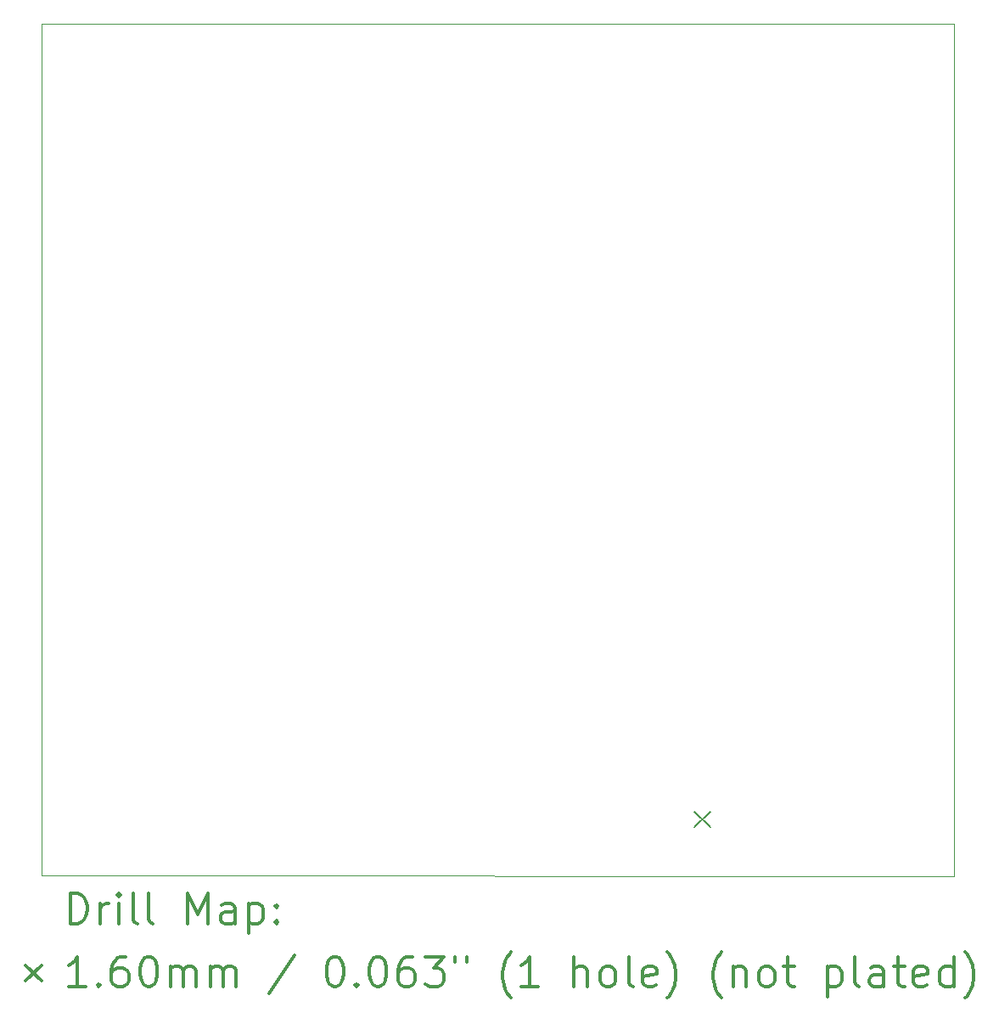
<source format=gbr>
%FSLAX45Y45*%
G04 Gerber Fmt 4.5, Leading zero omitted, Abs format (unit mm)*
G04 Created by KiCad (PCBNEW (5.1.6)-1) date 2021-01-18 21:57:29*
%MOMM*%
%LPD*%
G01*
G04 APERTURE LIST*
%TA.AperFunction,Profile*%
%ADD10C,0.050000*%
%TD*%
%ADD11C,0.200000*%
%ADD12C,0.300000*%
G04 APERTURE END LIST*
D10*
X16565000Y-5245000D02*
X18910000Y-5245000D01*
X9810000Y-5245000D02*
X9810000Y-6229800D01*
X16565000Y-5245000D02*
X9810000Y-5245000D01*
X18910000Y-5745000D02*
X18910000Y-5245000D01*
X18910000Y-5745000D02*
X18910000Y-13745000D01*
X9810000Y-6229800D02*
X9810000Y-13730000D01*
X9810000Y-13730000D02*
X18910000Y-13745000D01*
D11*
X16324000Y-13095000D02*
X16484000Y-13255000D01*
X16484000Y-13095000D02*
X16324000Y-13255000D01*
D12*
X10093928Y-14213214D02*
X10093928Y-13913214D01*
X10165357Y-13913214D01*
X10208214Y-13927500D01*
X10236786Y-13956071D01*
X10251071Y-13984643D01*
X10265357Y-14041786D01*
X10265357Y-14084643D01*
X10251071Y-14141786D01*
X10236786Y-14170357D01*
X10208214Y-14198929D01*
X10165357Y-14213214D01*
X10093928Y-14213214D01*
X10393928Y-14213214D02*
X10393928Y-14013214D01*
X10393928Y-14070357D02*
X10408214Y-14041786D01*
X10422500Y-14027500D01*
X10451071Y-14013214D01*
X10479643Y-14013214D01*
X10579643Y-14213214D02*
X10579643Y-14013214D01*
X10579643Y-13913214D02*
X10565357Y-13927500D01*
X10579643Y-13941786D01*
X10593928Y-13927500D01*
X10579643Y-13913214D01*
X10579643Y-13941786D01*
X10765357Y-14213214D02*
X10736786Y-14198929D01*
X10722500Y-14170357D01*
X10722500Y-13913214D01*
X10922500Y-14213214D02*
X10893928Y-14198929D01*
X10879643Y-14170357D01*
X10879643Y-13913214D01*
X11265357Y-14213214D02*
X11265357Y-13913214D01*
X11365357Y-14127500D01*
X11465357Y-13913214D01*
X11465357Y-14213214D01*
X11736786Y-14213214D02*
X11736786Y-14056071D01*
X11722500Y-14027500D01*
X11693928Y-14013214D01*
X11636786Y-14013214D01*
X11608214Y-14027500D01*
X11736786Y-14198929D02*
X11708214Y-14213214D01*
X11636786Y-14213214D01*
X11608214Y-14198929D01*
X11593928Y-14170357D01*
X11593928Y-14141786D01*
X11608214Y-14113214D01*
X11636786Y-14098929D01*
X11708214Y-14098929D01*
X11736786Y-14084643D01*
X11879643Y-14013214D02*
X11879643Y-14313214D01*
X11879643Y-14027500D02*
X11908214Y-14013214D01*
X11965357Y-14013214D01*
X11993928Y-14027500D01*
X12008214Y-14041786D01*
X12022500Y-14070357D01*
X12022500Y-14156071D01*
X12008214Y-14184643D01*
X11993928Y-14198929D01*
X11965357Y-14213214D01*
X11908214Y-14213214D01*
X11879643Y-14198929D01*
X12151071Y-14184643D02*
X12165357Y-14198929D01*
X12151071Y-14213214D01*
X12136786Y-14198929D01*
X12151071Y-14184643D01*
X12151071Y-14213214D01*
X12151071Y-14027500D02*
X12165357Y-14041786D01*
X12151071Y-14056071D01*
X12136786Y-14041786D01*
X12151071Y-14027500D01*
X12151071Y-14056071D01*
X9647500Y-14627500D02*
X9807500Y-14787500D01*
X9807500Y-14627500D02*
X9647500Y-14787500D01*
X10251071Y-14843214D02*
X10079643Y-14843214D01*
X10165357Y-14843214D02*
X10165357Y-14543214D01*
X10136786Y-14586071D01*
X10108214Y-14614643D01*
X10079643Y-14628929D01*
X10379643Y-14814643D02*
X10393928Y-14828929D01*
X10379643Y-14843214D01*
X10365357Y-14828929D01*
X10379643Y-14814643D01*
X10379643Y-14843214D01*
X10651071Y-14543214D02*
X10593928Y-14543214D01*
X10565357Y-14557500D01*
X10551071Y-14571786D01*
X10522500Y-14614643D01*
X10508214Y-14671786D01*
X10508214Y-14786071D01*
X10522500Y-14814643D01*
X10536786Y-14828929D01*
X10565357Y-14843214D01*
X10622500Y-14843214D01*
X10651071Y-14828929D01*
X10665357Y-14814643D01*
X10679643Y-14786071D01*
X10679643Y-14714643D01*
X10665357Y-14686071D01*
X10651071Y-14671786D01*
X10622500Y-14657500D01*
X10565357Y-14657500D01*
X10536786Y-14671786D01*
X10522500Y-14686071D01*
X10508214Y-14714643D01*
X10865357Y-14543214D02*
X10893928Y-14543214D01*
X10922500Y-14557500D01*
X10936786Y-14571786D01*
X10951071Y-14600357D01*
X10965357Y-14657500D01*
X10965357Y-14728929D01*
X10951071Y-14786071D01*
X10936786Y-14814643D01*
X10922500Y-14828929D01*
X10893928Y-14843214D01*
X10865357Y-14843214D01*
X10836786Y-14828929D01*
X10822500Y-14814643D01*
X10808214Y-14786071D01*
X10793928Y-14728929D01*
X10793928Y-14657500D01*
X10808214Y-14600357D01*
X10822500Y-14571786D01*
X10836786Y-14557500D01*
X10865357Y-14543214D01*
X11093928Y-14843214D02*
X11093928Y-14643214D01*
X11093928Y-14671786D02*
X11108214Y-14657500D01*
X11136786Y-14643214D01*
X11179643Y-14643214D01*
X11208214Y-14657500D01*
X11222500Y-14686071D01*
X11222500Y-14843214D01*
X11222500Y-14686071D02*
X11236786Y-14657500D01*
X11265357Y-14643214D01*
X11308214Y-14643214D01*
X11336786Y-14657500D01*
X11351071Y-14686071D01*
X11351071Y-14843214D01*
X11493928Y-14843214D02*
X11493928Y-14643214D01*
X11493928Y-14671786D02*
X11508214Y-14657500D01*
X11536786Y-14643214D01*
X11579643Y-14643214D01*
X11608214Y-14657500D01*
X11622500Y-14686071D01*
X11622500Y-14843214D01*
X11622500Y-14686071D02*
X11636786Y-14657500D01*
X11665357Y-14643214D01*
X11708214Y-14643214D01*
X11736786Y-14657500D01*
X11751071Y-14686071D01*
X11751071Y-14843214D01*
X12336786Y-14528929D02*
X12079643Y-14914643D01*
X12722500Y-14543214D02*
X12751071Y-14543214D01*
X12779643Y-14557500D01*
X12793928Y-14571786D01*
X12808214Y-14600357D01*
X12822500Y-14657500D01*
X12822500Y-14728929D01*
X12808214Y-14786071D01*
X12793928Y-14814643D01*
X12779643Y-14828929D01*
X12751071Y-14843214D01*
X12722500Y-14843214D01*
X12693928Y-14828929D01*
X12679643Y-14814643D01*
X12665357Y-14786071D01*
X12651071Y-14728929D01*
X12651071Y-14657500D01*
X12665357Y-14600357D01*
X12679643Y-14571786D01*
X12693928Y-14557500D01*
X12722500Y-14543214D01*
X12951071Y-14814643D02*
X12965357Y-14828929D01*
X12951071Y-14843214D01*
X12936786Y-14828929D01*
X12951071Y-14814643D01*
X12951071Y-14843214D01*
X13151071Y-14543214D02*
X13179643Y-14543214D01*
X13208214Y-14557500D01*
X13222500Y-14571786D01*
X13236786Y-14600357D01*
X13251071Y-14657500D01*
X13251071Y-14728929D01*
X13236786Y-14786071D01*
X13222500Y-14814643D01*
X13208214Y-14828929D01*
X13179643Y-14843214D01*
X13151071Y-14843214D01*
X13122500Y-14828929D01*
X13108214Y-14814643D01*
X13093928Y-14786071D01*
X13079643Y-14728929D01*
X13079643Y-14657500D01*
X13093928Y-14600357D01*
X13108214Y-14571786D01*
X13122500Y-14557500D01*
X13151071Y-14543214D01*
X13508214Y-14543214D02*
X13451071Y-14543214D01*
X13422500Y-14557500D01*
X13408214Y-14571786D01*
X13379643Y-14614643D01*
X13365357Y-14671786D01*
X13365357Y-14786071D01*
X13379643Y-14814643D01*
X13393928Y-14828929D01*
X13422500Y-14843214D01*
X13479643Y-14843214D01*
X13508214Y-14828929D01*
X13522500Y-14814643D01*
X13536786Y-14786071D01*
X13536786Y-14714643D01*
X13522500Y-14686071D01*
X13508214Y-14671786D01*
X13479643Y-14657500D01*
X13422500Y-14657500D01*
X13393928Y-14671786D01*
X13379643Y-14686071D01*
X13365357Y-14714643D01*
X13636786Y-14543214D02*
X13822500Y-14543214D01*
X13722500Y-14657500D01*
X13765357Y-14657500D01*
X13793928Y-14671786D01*
X13808214Y-14686071D01*
X13822500Y-14714643D01*
X13822500Y-14786071D01*
X13808214Y-14814643D01*
X13793928Y-14828929D01*
X13765357Y-14843214D01*
X13679643Y-14843214D01*
X13651071Y-14828929D01*
X13636786Y-14814643D01*
X13936786Y-14543214D02*
X13936786Y-14600357D01*
X14051071Y-14543214D02*
X14051071Y-14600357D01*
X14493928Y-14957500D02*
X14479643Y-14943214D01*
X14451071Y-14900357D01*
X14436786Y-14871786D01*
X14422500Y-14828929D01*
X14408214Y-14757500D01*
X14408214Y-14700357D01*
X14422500Y-14628929D01*
X14436786Y-14586071D01*
X14451071Y-14557500D01*
X14479643Y-14514643D01*
X14493928Y-14500357D01*
X14765357Y-14843214D02*
X14593928Y-14843214D01*
X14679643Y-14843214D02*
X14679643Y-14543214D01*
X14651071Y-14586071D01*
X14622500Y-14614643D01*
X14593928Y-14628929D01*
X15122500Y-14843214D02*
X15122500Y-14543214D01*
X15251071Y-14843214D02*
X15251071Y-14686071D01*
X15236786Y-14657500D01*
X15208214Y-14643214D01*
X15165357Y-14643214D01*
X15136786Y-14657500D01*
X15122500Y-14671786D01*
X15436786Y-14843214D02*
X15408214Y-14828929D01*
X15393928Y-14814643D01*
X15379643Y-14786071D01*
X15379643Y-14700357D01*
X15393928Y-14671786D01*
X15408214Y-14657500D01*
X15436786Y-14643214D01*
X15479643Y-14643214D01*
X15508214Y-14657500D01*
X15522500Y-14671786D01*
X15536786Y-14700357D01*
X15536786Y-14786071D01*
X15522500Y-14814643D01*
X15508214Y-14828929D01*
X15479643Y-14843214D01*
X15436786Y-14843214D01*
X15708214Y-14843214D02*
X15679643Y-14828929D01*
X15665357Y-14800357D01*
X15665357Y-14543214D01*
X15936786Y-14828929D02*
X15908214Y-14843214D01*
X15851071Y-14843214D01*
X15822500Y-14828929D01*
X15808214Y-14800357D01*
X15808214Y-14686071D01*
X15822500Y-14657500D01*
X15851071Y-14643214D01*
X15908214Y-14643214D01*
X15936786Y-14657500D01*
X15951071Y-14686071D01*
X15951071Y-14714643D01*
X15808214Y-14743214D01*
X16051071Y-14957500D02*
X16065357Y-14943214D01*
X16093928Y-14900357D01*
X16108214Y-14871786D01*
X16122500Y-14828929D01*
X16136786Y-14757500D01*
X16136786Y-14700357D01*
X16122500Y-14628929D01*
X16108214Y-14586071D01*
X16093928Y-14557500D01*
X16065357Y-14514643D01*
X16051071Y-14500357D01*
X16593928Y-14957500D02*
X16579643Y-14943214D01*
X16551071Y-14900357D01*
X16536786Y-14871786D01*
X16522500Y-14828929D01*
X16508214Y-14757500D01*
X16508214Y-14700357D01*
X16522500Y-14628929D01*
X16536786Y-14586071D01*
X16551071Y-14557500D01*
X16579643Y-14514643D01*
X16593928Y-14500357D01*
X16708214Y-14643214D02*
X16708214Y-14843214D01*
X16708214Y-14671786D02*
X16722500Y-14657500D01*
X16751071Y-14643214D01*
X16793928Y-14643214D01*
X16822500Y-14657500D01*
X16836786Y-14686071D01*
X16836786Y-14843214D01*
X17022500Y-14843214D02*
X16993928Y-14828929D01*
X16979643Y-14814643D01*
X16965357Y-14786071D01*
X16965357Y-14700357D01*
X16979643Y-14671786D01*
X16993928Y-14657500D01*
X17022500Y-14643214D01*
X17065357Y-14643214D01*
X17093928Y-14657500D01*
X17108214Y-14671786D01*
X17122500Y-14700357D01*
X17122500Y-14786071D01*
X17108214Y-14814643D01*
X17093928Y-14828929D01*
X17065357Y-14843214D01*
X17022500Y-14843214D01*
X17208214Y-14643214D02*
X17322500Y-14643214D01*
X17251071Y-14543214D02*
X17251071Y-14800357D01*
X17265357Y-14828929D01*
X17293928Y-14843214D01*
X17322500Y-14843214D01*
X17651071Y-14643214D02*
X17651071Y-14943214D01*
X17651071Y-14657500D02*
X17679643Y-14643214D01*
X17736786Y-14643214D01*
X17765357Y-14657500D01*
X17779643Y-14671786D01*
X17793928Y-14700357D01*
X17793928Y-14786071D01*
X17779643Y-14814643D01*
X17765357Y-14828929D01*
X17736786Y-14843214D01*
X17679643Y-14843214D01*
X17651071Y-14828929D01*
X17965357Y-14843214D02*
X17936786Y-14828929D01*
X17922500Y-14800357D01*
X17922500Y-14543214D01*
X18208214Y-14843214D02*
X18208214Y-14686071D01*
X18193928Y-14657500D01*
X18165357Y-14643214D01*
X18108214Y-14643214D01*
X18079643Y-14657500D01*
X18208214Y-14828929D02*
X18179643Y-14843214D01*
X18108214Y-14843214D01*
X18079643Y-14828929D01*
X18065357Y-14800357D01*
X18065357Y-14771786D01*
X18079643Y-14743214D01*
X18108214Y-14728929D01*
X18179643Y-14728929D01*
X18208214Y-14714643D01*
X18308214Y-14643214D02*
X18422500Y-14643214D01*
X18351071Y-14543214D02*
X18351071Y-14800357D01*
X18365357Y-14828929D01*
X18393928Y-14843214D01*
X18422500Y-14843214D01*
X18636786Y-14828929D02*
X18608214Y-14843214D01*
X18551071Y-14843214D01*
X18522500Y-14828929D01*
X18508214Y-14800357D01*
X18508214Y-14686071D01*
X18522500Y-14657500D01*
X18551071Y-14643214D01*
X18608214Y-14643214D01*
X18636786Y-14657500D01*
X18651071Y-14686071D01*
X18651071Y-14714643D01*
X18508214Y-14743214D01*
X18908214Y-14843214D02*
X18908214Y-14543214D01*
X18908214Y-14828929D02*
X18879643Y-14843214D01*
X18822500Y-14843214D01*
X18793928Y-14828929D01*
X18779643Y-14814643D01*
X18765357Y-14786071D01*
X18765357Y-14700357D01*
X18779643Y-14671786D01*
X18793928Y-14657500D01*
X18822500Y-14643214D01*
X18879643Y-14643214D01*
X18908214Y-14657500D01*
X19022500Y-14957500D02*
X19036786Y-14943214D01*
X19065357Y-14900357D01*
X19079643Y-14871786D01*
X19093928Y-14828929D01*
X19108214Y-14757500D01*
X19108214Y-14700357D01*
X19093928Y-14628929D01*
X19079643Y-14586071D01*
X19065357Y-14557500D01*
X19036786Y-14514643D01*
X19022500Y-14500357D01*
M02*

</source>
